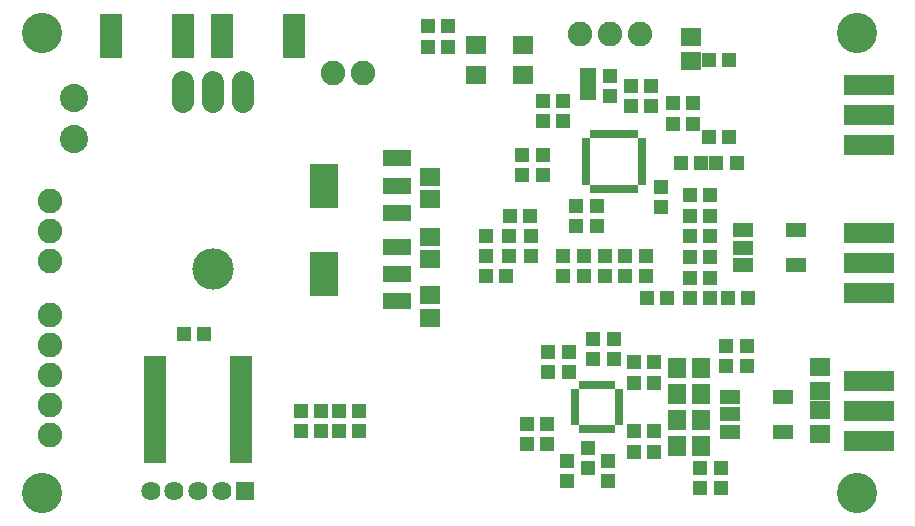
<source format=gts>
G75*
G70*
%OFA0B0*%
%FSLAX24Y24*%
%IPPOS*%
%LPD*%
%AMOC8*
5,1,8,0,0,1.08239X$1,22.5*
%
%ADD10C,0.1340*%
%ADD11R,0.0190X0.0312*%
%ADD12R,0.0312X0.0190*%
%ADD13R,0.0513X0.0474*%
%ADD14R,0.0474X0.0513*%
%ADD15R,0.0960X0.0560*%
%ADD16R,0.0946X0.1497*%
%ADD17R,0.0671X0.0592*%
%ADD18R,0.0730X0.0250*%
%ADD19R,0.0640X0.0640*%
%ADD20C,0.0640*%
%ADD21C,0.0740*%
%ADD22C,0.1380*%
%ADD23C,0.0940*%
%ADD24R,0.0780X0.1480*%
%ADD25R,0.0592X0.0710*%
%ADD26R,0.0710X0.0592*%
%ADD27C,0.0820*%
%ADD28R,0.0690X0.0474*%
%ADD29R,0.1680X0.0680*%
%ADD30R,0.0580X0.1080*%
D10*
X003500Y001706D03*
X030666Y001706D03*
X030666Y017060D03*
X003500Y017060D03*
D11*
X021880Y013692D03*
X022077Y013692D03*
X022274Y013692D03*
X022471Y013692D03*
X022668Y013692D03*
X022865Y013692D03*
X023061Y013692D03*
X023258Y013692D03*
X023258Y011858D03*
X023061Y011858D03*
X022865Y011858D03*
X022668Y011858D03*
X022471Y011858D03*
X022274Y011858D03*
X022077Y011858D03*
X021880Y011858D03*
X021908Y005316D03*
X021711Y005316D03*
X021515Y005316D03*
X022105Y005316D03*
X022302Y005316D03*
X022499Y005316D03*
X022499Y003859D03*
X022302Y003859D03*
X022105Y003859D03*
X021908Y003859D03*
X021711Y003859D03*
X021515Y003859D03*
D12*
X021278Y004095D03*
X021278Y004292D03*
X021278Y004489D03*
X021278Y004686D03*
X021278Y004883D03*
X021278Y005080D03*
X022735Y005080D03*
X022735Y004883D03*
X022735Y004686D03*
X022735Y004489D03*
X022735Y004292D03*
X022735Y004095D03*
X023487Y012086D03*
X023487Y012283D03*
X023487Y012480D03*
X023487Y012677D03*
X023487Y012873D03*
X023487Y013070D03*
X023487Y013267D03*
X023487Y013464D03*
X021652Y013464D03*
X021652Y013267D03*
X021652Y013070D03*
X021652Y012873D03*
X021652Y012677D03*
X021652Y012480D03*
X021652Y012283D03*
X021652Y012086D03*
D13*
X019779Y010963D03*
X019110Y010963D03*
X018966Y008963D03*
X018297Y008963D03*
X023235Y006088D03*
X023904Y006088D03*
X023904Y005400D03*
X023235Y005400D03*
X023235Y003775D03*
X023904Y003775D03*
X023904Y003088D03*
X023235Y003088D03*
X020341Y003338D03*
X019672Y003338D03*
X019672Y004025D03*
X020341Y004025D03*
X014068Y003783D03*
X013399Y003783D03*
X012818Y003776D03*
X012149Y003776D03*
X012149Y004451D03*
X012818Y004451D03*
X013399Y004458D03*
X014068Y004458D03*
X008904Y007025D03*
X008235Y007025D03*
X023672Y008213D03*
X024341Y008213D03*
X025110Y008213D03*
X025779Y008213D03*
X026360Y008213D03*
X027029Y008213D03*
X025779Y008900D03*
X025110Y008900D03*
X025110Y009588D03*
X025779Y009588D03*
X025779Y010275D03*
X025110Y010275D03*
X025110Y010963D03*
X025779Y010963D03*
X025779Y011650D03*
X025110Y011650D03*
X024797Y012713D03*
X025466Y012713D03*
X025985Y012713D03*
X026654Y012713D03*
X026404Y013588D03*
X025735Y013588D03*
X025216Y014025D03*
X024547Y014025D03*
X024547Y014713D03*
X025216Y014713D03*
X025735Y016150D03*
X026404Y016150D03*
X017029Y016588D03*
X016360Y016588D03*
X016360Y017275D03*
X017029Y017275D03*
D14*
X020194Y014797D03*
X020882Y014797D03*
X020882Y014128D03*
X020194Y014128D03*
X020189Y012982D03*
X019495Y012982D03*
X019495Y012313D03*
X020189Y012313D03*
X021318Y011300D03*
X021999Y011300D03*
X021999Y010630D03*
X021318Y010630D03*
X019819Y010297D03*
X019069Y010297D03*
X019069Y009628D03*
X019819Y009628D03*
X020882Y009610D03*
X021569Y009610D03*
X022257Y009610D03*
X022944Y009610D03*
X023632Y009610D03*
X023632Y008940D03*
X022944Y008940D03*
X022257Y008940D03*
X021569Y008940D03*
X020882Y008940D03*
X018319Y009628D03*
X018319Y010297D03*
X024132Y011253D03*
X024132Y011922D03*
X023819Y014628D03*
X023132Y014628D03*
X022444Y014940D03*
X023132Y015297D03*
X023819Y015297D03*
X022444Y015610D03*
X022569Y006860D03*
X021882Y006860D03*
X021069Y006422D03*
X020382Y006422D03*
X020382Y005753D03*
X021069Y005753D03*
X021882Y006190D03*
X022569Y006190D03*
X026319Y005940D03*
X027007Y005940D03*
X027007Y006610D03*
X026319Y006610D03*
X021694Y003235D03*
X021007Y002797D03*
X021694Y002565D03*
X022382Y002797D03*
X022382Y002128D03*
X021007Y002128D03*
X025444Y001878D03*
X026132Y001878D03*
X026132Y002547D03*
X025444Y002547D03*
D15*
X015352Y008115D03*
X015352Y009025D03*
X015352Y009935D03*
X015352Y011053D03*
X015352Y011963D03*
X015352Y012873D03*
D16*
X012912Y011963D03*
X012912Y009025D03*
D17*
X016453Y009509D03*
X016453Y010257D03*
X016453Y011506D03*
X016453Y012254D03*
X016453Y008307D03*
X016453Y007559D03*
D18*
X010121Y006156D03*
X010121Y005906D03*
X010121Y005646D03*
X010121Y005396D03*
X010121Y005136D03*
X010121Y004876D03*
X010121Y004626D03*
X010121Y004366D03*
X010121Y004116D03*
X010121Y003856D03*
X010121Y003596D03*
X010121Y003346D03*
X010121Y003086D03*
X010121Y002836D03*
X007261Y002836D03*
X007261Y003086D03*
X007261Y003346D03*
X007261Y003596D03*
X007261Y003856D03*
X007261Y004116D03*
X007261Y004366D03*
X007261Y004626D03*
X007261Y004876D03*
X007261Y005136D03*
X007261Y005396D03*
X007261Y005646D03*
X007261Y005906D03*
X007261Y006156D03*
D19*
X010281Y001794D03*
D20*
X009493Y001794D03*
X008706Y001794D03*
X007919Y001794D03*
X007131Y001794D03*
D21*
X008194Y014758D02*
X008194Y015418D01*
X009194Y015418D02*
X009194Y014758D01*
X010194Y014758D02*
X010194Y015418D01*
D22*
X009194Y009188D03*
D23*
X004569Y013524D03*
X004569Y014901D03*
D24*
X005807Y016963D03*
X008207Y016963D03*
X009494Y016963D03*
X011894Y016963D03*
D25*
X024676Y005900D03*
X025463Y005900D03*
X025463Y005025D03*
X024676Y005025D03*
X024676Y004150D03*
X025463Y004150D03*
X025463Y003275D03*
X024676Y003275D03*
D26*
X029444Y003694D03*
X029444Y004481D03*
X029444Y005131D03*
X029444Y005919D03*
X019544Y015658D03*
X019544Y016642D03*
X017969Y016642D03*
X017969Y015658D03*
X025132Y016131D03*
X025132Y016919D03*
D27*
X023444Y017025D03*
X022444Y017025D03*
X021444Y017025D03*
X014194Y015713D03*
X013194Y015713D03*
X003757Y011463D03*
X003757Y010463D03*
X003757Y009463D03*
X003757Y007650D03*
X003757Y006650D03*
X003757Y005650D03*
X003757Y004650D03*
X003757Y003650D03*
D28*
X026443Y003747D03*
X026443Y004338D03*
X026443Y004928D03*
X028195Y004928D03*
X028195Y003747D03*
X028633Y009309D03*
X026881Y009309D03*
X026881Y009900D03*
X026881Y010491D03*
X028633Y010491D03*
D29*
X031059Y010383D03*
X031059Y009383D03*
X031059Y008383D03*
X031059Y005462D03*
X031059Y004462D03*
X031059Y003462D03*
X031059Y013305D03*
X031059Y014305D03*
X031059Y015305D03*
D30*
X021694Y015338D03*
M02*

</source>
